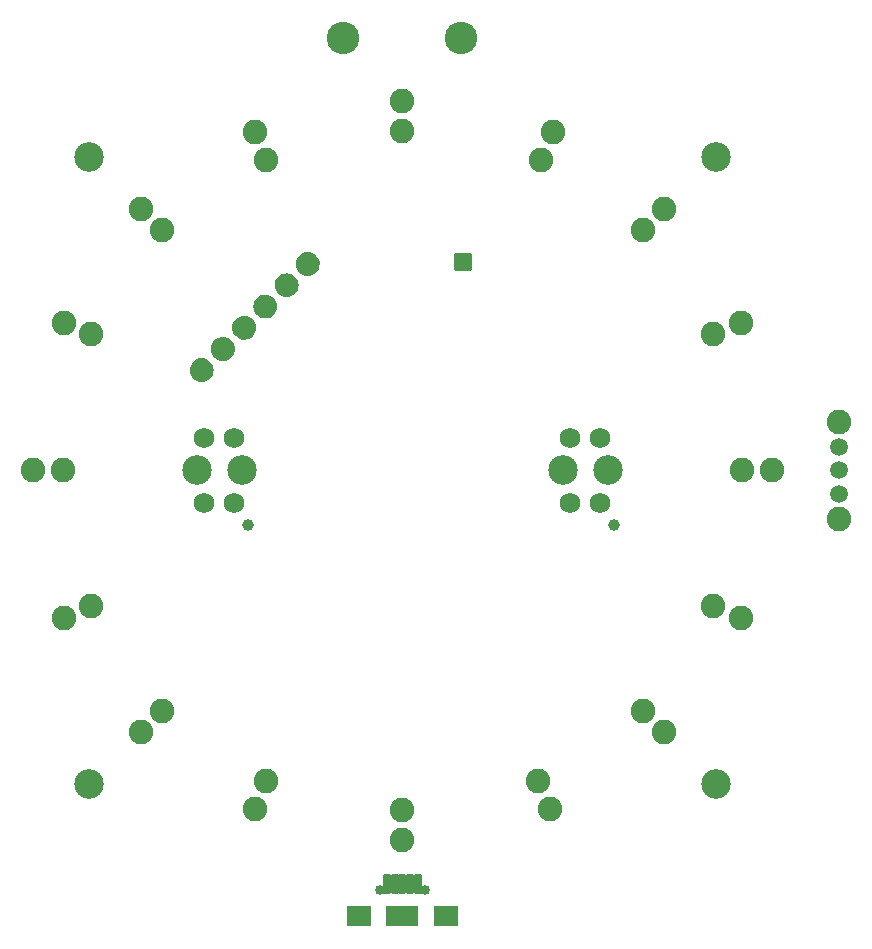
<source format=gbr>
%TF.GenerationSoftware,KiCad,Pcbnew,(6.0.4-0)*%
%TF.CreationDate,2022-11-18T01:13:13+01:00*%
%TF.ProjectId,iO_Atletehe_rev1,694f5f41-746c-4657-9465-68655f726576,rev?*%
%TF.SameCoordinates,Original*%
%TF.FileFunction,Soldermask,Bot*%
%TF.FilePolarity,Negative*%
%FSLAX46Y46*%
G04 Gerber Fmt 4.6, Leading zero omitted, Abs format (unit mm)*
G04 Created by KiCad (PCBNEW (6.0.4-0)) date 2022-11-18 01:13:13*
%MOMM*%
%LPD*%
G01*
G04 APERTURE LIST*
G04 Aperture macros list*
%AMRoundRect*
0 Rectangle with rounded corners*
0 $1 Rounding radius*
0 $2 $3 $4 $5 $6 $7 $8 $9 X,Y pos of 4 corners*
0 Add a 4 corners polygon primitive as box body*
4,1,4,$2,$3,$4,$5,$6,$7,$8,$9,$2,$3,0*
0 Add four circle primitives for the rounded corners*
1,1,$1+$1,$2,$3*
1,1,$1+$1,$4,$5*
1,1,$1+$1,$6,$7*
1,1,$1+$1,$8,$9*
0 Add four rect primitives between the rounded corners*
20,1,$1+$1,$2,$3,$4,$5,0*
20,1,$1+$1,$4,$5,$6,$7,0*
20,1,$1+$1,$6,$7,$8,$9,0*
20,1,$1+$1,$8,$9,$2,$3,0*%
G04 Aperture macros list end*
%ADD10C,2.082800*%
%ADD11C,2.499990*%
%ADD12C,2.500009*%
%ADD13C,2.500000*%
%ADD14C,1.000000*%
%ADD15C,1.753200*%
%ADD16RoundRect,0.101600X0.654000X-0.654000X0.654000X0.654000X-0.654000X0.654000X-0.654000X-0.654000X0*%
%ADD17C,0.850000*%
%ADD18RoundRect,0.101600X-0.200000X-0.725000X0.200000X-0.725000X0.200000X0.725000X-0.200000X0.725000X0*%
%ADD19C,2.743200*%
%ADD20C,1.503200*%
%ADD21C,2.078200*%
G04 APERTURE END LIST*
%TO.C,J2*%
G36*
X137102569Y-90128267D02*
G01*
X137294528Y-90189555D01*
X137470841Y-90287115D01*
X137619958Y-90413159D01*
X137578972Y-90461648D01*
X137628479Y-90421898D01*
X137747448Y-90570066D01*
X137838107Y-90744151D01*
X137893050Y-90932580D01*
X137910167Y-91128108D01*
X137888799Y-91323218D01*
X137829768Y-91510406D01*
X137735344Y-91682477D01*
X137613178Y-91828022D01*
X137564546Y-91787201D01*
X137605478Y-91835741D01*
X137459471Y-91958868D01*
X137286772Y-92054169D01*
X137098800Y-92113945D01*
X136902779Y-92135903D01*
X136706239Y-92119196D01*
X136513694Y-92063588D01*
X136189419Y-91853131D01*
X136057670Y-91696471D01*
X135960566Y-91519929D01*
X135899774Y-91327832D01*
X135877632Y-91127567D01*
X135894989Y-90926830D01*
X135952064Y-90730298D01*
X136168058Y-90398594D01*
X136328811Y-90270529D01*
X136507883Y-90178132D01*
X136701541Y-90122444D01*
X136902342Y-90105607D01*
X137102569Y-90128267D01*
G37*
G36*
X131714416Y-95516421D02*
G01*
X131906374Y-95577709D01*
X132082688Y-95675269D01*
X132231804Y-95801313D01*
X132190818Y-95849801D01*
X132240325Y-95810051D01*
X132359294Y-95958220D01*
X132449953Y-96132305D01*
X132504896Y-96320734D01*
X132522013Y-96516262D01*
X132500645Y-96711372D01*
X132441614Y-96898560D01*
X132347190Y-97070630D01*
X132225025Y-97216176D01*
X132176396Y-97175359D01*
X132217325Y-97223894D01*
X132071318Y-97347021D01*
X131898619Y-97442322D01*
X131710647Y-97502098D01*
X131514626Y-97524055D01*
X131318086Y-97507349D01*
X131125541Y-97451741D01*
X130801266Y-97241284D01*
X130669516Y-97084625D01*
X130572412Y-96908083D01*
X130511620Y-96715985D01*
X130489478Y-96515721D01*
X130506836Y-96314984D01*
X130563911Y-96118452D01*
X130779905Y-95786748D01*
X130940657Y-95658682D01*
X131119730Y-95566285D01*
X131313387Y-95510597D01*
X131514188Y-95493760D01*
X131714416Y-95516421D01*
G37*
G36*
X140694672Y-86536165D02*
G01*
X140886630Y-86597453D01*
X141062944Y-86695013D01*
X141212060Y-86821057D01*
X141171074Y-86869545D01*
X141220581Y-86829795D01*
X141339550Y-86977964D01*
X141430209Y-87152048D01*
X141485152Y-87340478D01*
X141502269Y-87536006D01*
X141480901Y-87731116D01*
X141421870Y-87918304D01*
X141327446Y-88090374D01*
X141205281Y-88235919D01*
X141156648Y-88195099D01*
X141197580Y-88243638D01*
X141051573Y-88366766D01*
X140878875Y-88462066D01*
X140690902Y-88521843D01*
X140494881Y-88543800D01*
X140298341Y-88527093D01*
X140105797Y-88471486D01*
X139781522Y-88261028D01*
X139649772Y-88104369D01*
X139552668Y-87927827D01*
X139491876Y-87735729D01*
X139469735Y-87535464D01*
X139487092Y-87334727D01*
X139544167Y-87138196D01*
X139760161Y-86806492D01*
X139920913Y-86678426D01*
X140099986Y-86586029D01*
X140293643Y-86530341D01*
X140494444Y-86513504D01*
X140694672Y-86536165D01*
G37*
G36*
X133510467Y-93720370D02*
G01*
X133702425Y-93781657D01*
X133878739Y-93879218D01*
X134027856Y-94005262D01*
X133986870Y-94053750D01*
X134036376Y-94014000D01*
X134155346Y-94162169D01*
X134246004Y-94336253D01*
X134300947Y-94524682D01*
X134318064Y-94720211D01*
X134296696Y-94915321D01*
X134237665Y-95102509D01*
X134143241Y-95274579D01*
X134021076Y-95420124D01*
X133972443Y-95379304D01*
X134013375Y-95427843D01*
X133867368Y-95550971D01*
X133694670Y-95646271D01*
X133506697Y-95706048D01*
X133310676Y-95728005D01*
X133114136Y-95711298D01*
X132921592Y-95655691D01*
X132597317Y-95445233D01*
X132465567Y-95288573D01*
X132368463Y-95112032D01*
X132307671Y-94919934D01*
X132285530Y-94719669D01*
X132302887Y-94518932D01*
X132359962Y-94322400D01*
X132575956Y-93990697D01*
X132736708Y-93862631D01*
X132915781Y-93770234D01*
X133109438Y-93714546D01*
X133310239Y-93697709D01*
X133510467Y-93720370D01*
G37*
G36*
X135306518Y-91924319D02*
G01*
X135498476Y-91985606D01*
X135674790Y-92083167D01*
X135823907Y-92209210D01*
X135782921Y-92257699D01*
X135832427Y-92217949D01*
X135951397Y-92366117D01*
X136042056Y-92540202D01*
X136096999Y-92728631D01*
X136114115Y-92924160D01*
X136092747Y-93119270D01*
X136033717Y-93306458D01*
X135939292Y-93478528D01*
X135817127Y-93624073D01*
X135768494Y-93583253D01*
X135809427Y-93631792D01*
X135663420Y-93754920D01*
X135490721Y-93850220D01*
X135302749Y-93909997D01*
X135106727Y-93931954D01*
X134910188Y-93915247D01*
X134717643Y-93859639D01*
X134393368Y-93649182D01*
X134261619Y-93492522D01*
X134164515Y-93315980D01*
X134103722Y-93123883D01*
X134081581Y-92923618D01*
X134098938Y-92722881D01*
X134156013Y-92526349D01*
X134372007Y-92194645D01*
X134532760Y-92066580D01*
X134711832Y-91974183D01*
X134905490Y-91918495D01*
X135106290Y-91901658D01*
X135306518Y-91924319D01*
G37*
G36*
X138898621Y-88332216D02*
G01*
X139090579Y-88393504D01*
X139266892Y-88491064D01*
X139416009Y-88617108D01*
X139375023Y-88665596D01*
X139424530Y-88625846D01*
X139543499Y-88774015D01*
X139634158Y-88948100D01*
X139689101Y-89136529D01*
X139706218Y-89332057D01*
X139684850Y-89527167D01*
X139625819Y-89714355D01*
X139531395Y-89886425D01*
X139409230Y-90031971D01*
X139360597Y-89991150D01*
X139401529Y-90039689D01*
X139255522Y-90162817D01*
X139082823Y-90258118D01*
X138894851Y-90317894D01*
X138698830Y-90339851D01*
X138502290Y-90323144D01*
X138309746Y-90267537D01*
X137985471Y-90057079D01*
X137853721Y-89900420D01*
X137756617Y-89723878D01*
X137695825Y-89531780D01*
X137673683Y-89331516D01*
X137691041Y-89130779D01*
X137748115Y-88934247D01*
X137964110Y-88602543D01*
X138124862Y-88474477D01*
X138303935Y-88382081D01*
X138497592Y-88326392D01*
X138698393Y-88309555D01*
X138898621Y-88332216D01*
G37*
%TO.C,J1*%
G36*
X149851100Y-143603600D02*
G01*
X147151100Y-143603600D01*
X147151100Y-141903600D01*
X149851100Y-141903600D01*
X149851100Y-143603600D01*
G37*
G36*
X153185100Y-143603600D02*
G01*
X151185100Y-143603600D01*
X151185100Y-141903600D01*
X153185100Y-141903600D01*
X153185100Y-143603600D01*
G37*
G36*
X145817100Y-143603600D02*
G01*
X143817100Y-143603600D01*
X143817100Y-141903600D01*
X145817100Y-141903600D01*
X145817100Y-143603600D01*
G37*
%TD*%
D10*
%TO.C,D6*%
X177231100Y-105003600D03*
X179771100Y-105003600D03*
%TD*%
%TO.C,D8*%
X168853074Y-125355574D03*
X170649126Y-127151626D03*
%TD*%
%TO.C,D11*%
X136987108Y-131330273D03*
X136015092Y-133676927D03*
%TD*%
%TO.C,D12*%
X128149126Y-125355574D03*
X126353074Y-127151626D03*
%TD*%
%TO.C,D16*%
X128149126Y-84651626D03*
X126353074Y-82855574D03*
%TD*%
%TO.C,D7*%
X174827773Y-116517592D03*
X177174427Y-117489608D03*
%TD*%
%TO.C,D13*%
X122174427Y-116517592D03*
X119827773Y-117489608D03*
%TD*%
D11*
%TO.C,@HOLE0*%
X121984596Y-131520104D03*
%TD*%
D12*
%TO.C,@HOLE2*%
X175017603Y-131520104D03*
%TD*%
D10*
%TO.C,D17*%
X136987108Y-78676927D03*
X136015092Y-76330273D03*
%TD*%
%TO.C,D14*%
X119771100Y-105003600D03*
X117231100Y-105003600D03*
%TD*%
%TO.C,D15*%
X122174427Y-93489608D03*
X119827773Y-92517592D03*
%TD*%
D13*
%TO.C,IC4*%
X165901100Y-105003600D03*
D14*
X166451100Y-109653600D03*
D13*
X162101100Y-105003600D03*
D15*
X162731100Y-107753600D03*
X165271100Y-107753600D03*
X165271100Y-102253600D03*
X162731100Y-102253600D03*
%TD*%
D10*
%TO.C,D3*%
X160265092Y-78676927D03*
X161237108Y-76330273D03*
%TD*%
%TO.C,D10*%
X148501100Y-133733600D03*
X148501100Y-136273600D03*
%TD*%
%TO.C,D4*%
X168853074Y-84651626D03*
X170649126Y-82855574D03*
%TD*%
D11*
%TO.C,@HOLE3*%
X121984596Y-78487097D03*
%TD*%
D10*
%TO.C,D9*%
X160015092Y-131330273D03*
X160987108Y-133676927D03*
%TD*%
D16*
%TO.C,U$2*%
X153626100Y-87378600D03*
%TD*%
D12*
%TO.C,@HOLE1*%
X175017603Y-78487097D03*
%TD*%
D14*
%TO.C,IC3*%
X135451100Y-109653600D03*
D13*
X131101100Y-105003600D03*
X134901100Y-105003600D03*
D15*
X131731100Y-107753600D03*
X134271100Y-107753600D03*
X134271100Y-102253600D03*
X131731100Y-102253600D03*
%TD*%
D10*
%TO.C,D5*%
X174827773Y-93489608D03*
X177174427Y-92517592D03*
%TD*%
%TO.C,D2*%
X148501100Y-76273600D03*
X148501100Y-73733600D03*
%TD*%
D17*
%TO.C,J1*%
X146601100Y-140553600D03*
X150401100Y-140553600D03*
D18*
X148501100Y-140028600D03*
X149151100Y-140028600D03*
X147201100Y-140028600D03*
X147851100Y-140028600D03*
X149801100Y-140028600D03*
%TD*%
D19*
%TO.C,BT2*%
X153471100Y-68403600D03*
X143471100Y-68403600D03*
%TD*%
D20*
%TO.C,S1*%
X185501100Y-103003600D03*
X185501100Y-105003600D03*
X185501100Y-107003600D03*
D21*
X185501100Y-100903600D03*
X185501100Y-109103600D03*
%TD*%
M02*

</source>
